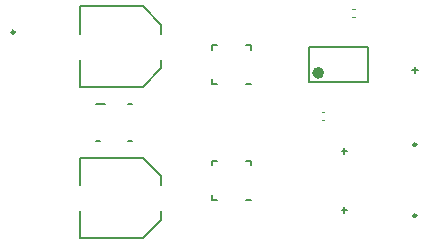
<source format=gto>
G04*
G04 #@! TF.GenerationSoftware,Altium Limited,Altium Designer,22.4.2 (48)*
G04*
G04 Layer_Color=65535*
%FSLAX44Y44*%
%MOMM*%
G71*
G04*
G04 #@! TF.SameCoordinates,0052537D-BEB4-46D3-A19B-1C4CA2F22292*
G04*
G04*
G04 #@! TF.FilePolarity,Positive*
G04*
G01*
G75*
%ADD10C,0.5000*%
%ADD11C,0.2500*%
%ADD12C,0.1000*%
%ADD13C,0.2000*%
D10*
X-75250Y41750D02*
G03*
X-75250Y41750I-2500J0D01*
G01*
D11*
X5250Y-79000D02*
G03*
X5250Y-79000I-1250J0D01*
G01*
X5250Y-19000D02*
G03*
X5250Y-19000I-1250J0D01*
G01*
X-334750Y76300D02*
G03*
X-334750Y76300I-1250J0D01*
G01*
D12*
X-49000Y95750D02*
X-47000D01*
X-49000Y89250D02*
X-47000D01*
X-74500Y8750D02*
X-72500D01*
X-74500Y2250D02*
X-72500D01*
D13*
X-138500Y32500D02*
X-134500D01*
X-167500D02*
X-163500D01*
X-167500D02*
Y36500D01*
Y61500D02*
Y65500D01*
X-163500D01*
X-134500Y61500D02*
Y65500D01*
X-138500D02*
X-134500D01*
X-138500Y-65500D02*
X-134500D01*
X-167500D02*
X-163500D01*
X-167500D02*
Y-61500D01*
Y-36500D02*
Y-32500D01*
X-163500D01*
X-134500Y-36500D02*
Y-32500D01*
X-138500D02*
X-134500D01*
X-58000Y-74000D02*
X-53000D01*
X-55500Y-76500D02*
Y-71500D01*
X-55500Y-26500D02*
Y-21500D01*
X-58000Y-24000D02*
X-53000D01*
X4000Y41750D02*
Y46750D01*
X1500Y44250D02*
X6500D01*
X-85500Y34000D02*
Y64000D01*
X-35500D01*
Y34000D02*
Y64000D01*
X-85500Y34000D02*
X-35500D01*
X-238500Y-15500D02*
X-235000D01*
X-266000D02*
X-262500D01*
X-238500Y15500D02*
X-235000D01*
X-266000D02*
X-258000D01*
X-211000Y-82500D02*
Y-75000D01*
Y-53000D02*
Y-45500D01*
X-279000Y-98000D02*
Y-75000D01*
Y-53000D02*
Y-30000D01*
Y-98000D02*
X-226500D01*
X-211000Y-82500D01*
X-226500Y-30000D02*
X-211000Y-45500D01*
X-279000Y-30000D02*
X-226500D01*
X-211000Y45500D02*
Y53000D01*
Y75000D02*
Y82500D01*
X-279000Y30000D02*
Y53000D01*
Y75000D02*
Y98000D01*
Y30000D02*
X-226500D01*
X-211000Y45500D01*
X-226500Y98000D02*
X-211000Y82500D01*
X-279000Y98000D02*
X-226500D01*
M02*

</source>
